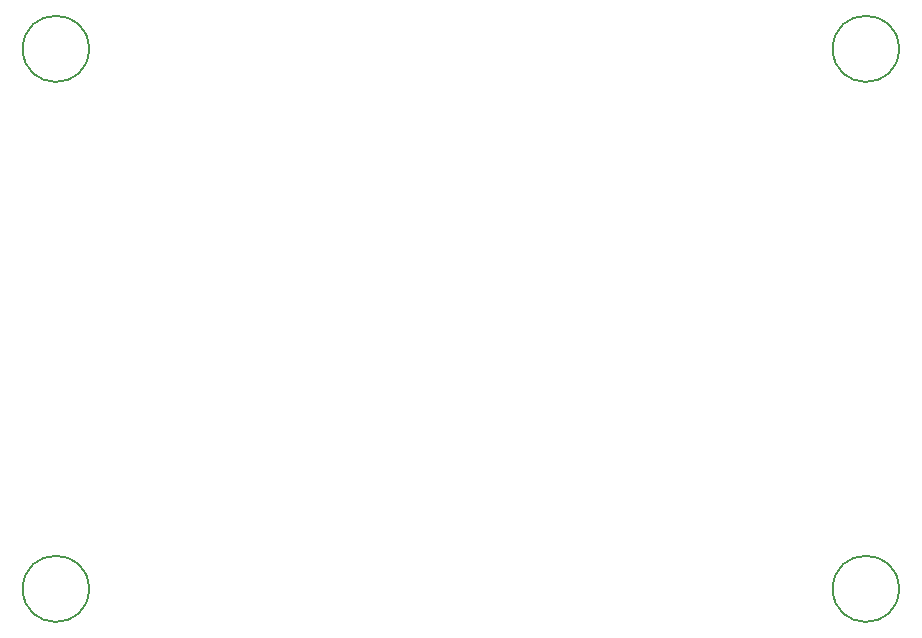
<source format=gbr>
%TF.GenerationSoftware,KiCad,Pcbnew,6.0.2+dfsg-1*%
%TF.CreationDate,2023-01-22T10:21:04-05:00*%
%TF.ProjectId,dragon-light-panel,64726167-6f6e-42d6-9c69-6768742d7061,rev?*%
%TF.SameCoordinates,Original*%
%TF.FileFunction,Other,Comment*%
%FSLAX46Y46*%
G04 Gerber Fmt 4.6, Leading zero omitted, Abs format (unit mm)*
G04 Created by KiCad (PCBNEW 6.0.2+dfsg-1) date 2023-01-22 10:21:04*
%MOMM*%
%LPD*%
G01*
G04 APERTURE LIST*
%ADD10C,0.150000*%
G04 APERTURE END LIST*
D10*
%TO.C,H3*%
X58680000Y-43180000D02*
G75*
G03*
X58680000Y-43180000I-2800000J0D01*
G01*
%TO.C,H2*%
X58680000Y-88900000D02*
G75*
G03*
X58680000Y-88900000I-2800000J0D01*
G01*
%TO.C,H1*%
X127260000Y-43180000D02*
G75*
G03*
X127260000Y-43180000I-2800000J0D01*
G01*
%TO.C,H4*%
X127260000Y-88900000D02*
G75*
G03*
X127260000Y-88900000I-2800000J0D01*
G01*
%TD*%
M02*

</source>
